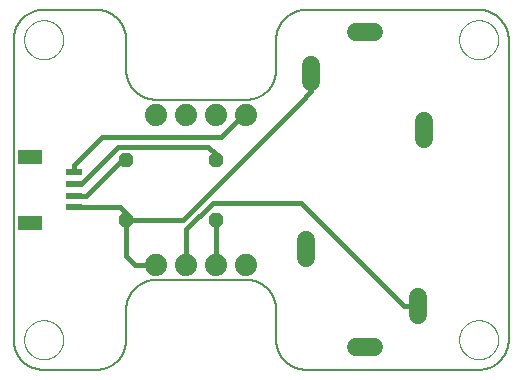
<source format=gtl>
G75*
%MOIN*%
%OFA0B0*%
%FSLAX25Y25*%
%IPPOS*%
%LPD*%
%AMOC8*
5,1,8,0,0,1.08239X$1,22.5*
%
%ADD10C,0.00800*%
%ADD11R,0.07874X0.04724*%
%ADD12R,0.05315X0.02362*%
%ADD13C,0.00000*%
%ADD14C,0.07400*%
%ADD15C,0.05906*%
%ADD16OC8,0.04800*%
%ADD17C,0.01600*%
D10*
X0012250Y0015449D02*
X0029750Y0015449D01*
X0029992Y0015452D01*
X0030233Y0015461D01*
X0030474Y0015475D01*
X0030715Y0015496D01*
X0030955Y0015522D01*
X0031195Y0015554D01*
X0031434Y0015592D01*
X0031671Y0015635D01*
X0031908Y0015685D01*
X0032143Y0015740D01*
X0032377Y0015800D01*
X0032609Y0015867D01*
X0032840Y0015938D01*
X0033069Y0016016D01*
X0033296Y0016099D01*
X0033521Y0016187D01*
X0033744Y0016281D01*
X0033964Y0016380D01*
X0034182Y0016485D01*
X0034397Y0016594D01*
X0034610Y0016709D01*
X0034820Y0016829D01*
X0035026Y0016954D01*
X0035230Y0017084D01*
X0035431Y0017219D01*
X0035628Y0017359D01*
X0035822Y0017503D01*
X0036012Y0017652D01*
X0036198Y0017806D01*
X0036381Y0017964D01*
X0036560Y0018126D01*
X0036735Y0018293D01*
X0036906Y0018464D01*
X0037073Y0018639D01*
X0037235Y0018818D01*
X0037393Y0019001D01*
X0037547Y0019187D01*
X0037696Y0019377D01*
X0037840Y0019571D01*
X0037980Y0019768D01*
X0038115Y0019969D01*
X0038245Y0020173D01*
X0038370Y0020379D01*
X0038490Y0020589D01*
X0038605Y0020802D01*
X0038714Y0021017D01*
X0038819Y0021235D01*
X0038918Y0021455D01*
X0039012Y0021678D01*
X0039100Y0021903D01*
X0039183Y0022130D01*
X0039261Y0022359D01*
X0039332Y0022590D01*
X0039399Y0022822D01*
X0039459Y0023056D01*
X0039514Y0023291D01*
X0039564Y0023528D01*
X0039607Y0023765D01*
X0039645Y0024004D01*
X0039677Y0024244D01*
X0039703Y0024484D01*
X0039724Y0024725D01*
X0039738Y0024966D01*
X0039747Y0025207D01*
X0039750Y0025449D01*
X0039750Y0035449D01*
X0039753Y0035691D01*
X0039762Y0035932D01*
X0039776Y0036173D01*
X0039797Y0036414D01*
X0039823Y0036654D01*
X0039855Y0036894D01*
X0039893Y0037133D01*
X0039936Y0037370D01*
X0039986Y0037607D01*
X0040041Y0037842D01*
X0040101Y0038076D01*
X0040168Y0038308D01*
X0040239Y0038539D01*
X0040317Y0038768D01*
X0040400Y0038995D01*
X0040488Y0039220D01*
X0040582Y0039443D01*
X0040681Y0039663D01*
X0040786Y0039881D01*
X0040895Y0040096D01*
X0041010Y0040309D01*
X0041130Y0040519D01*
X0041255Y0040725D01*
X0041385Y0040929D01*
X0041520Y0041130D01*
X0041660Y0041327D01*
X0041804Y0041521D01*
X0041953Y0041711D01*
X0042107Y0041897D01*
X0042265Y0042080D01*
X0042427Y0042259D01*
X0042594Y0042434D01*
X0042765Y0042605D01*
X0042940Y0042772D01*
X0043119Y0042934D01*
X0043302Y0043092D01*
X0043488Y0043246D01*
X0043678Y0043395D01*
X0043872Y0043539D01*
X0044069Y0043679D01*
X0044270Y0043814D01*
X0044474Y0043944D01*
X0044680Y0044069D01*
X0044890Y0044189D01*
X0045103Y0044304D01*
X0045318Y0044413D01*
X0045536Y0044518D01*
X0045756Y0044617D01*
X0045979Y0044711D01*
X0046204Y0044799D01*
X0046431Y0044882D01*
X0046660Y0044960D01*
X0046891Y0045031D01*
X0047123Y0045098D01*
X0047357Y0045158D01*
X0047592Y0045213D01*
X0047829Y0045263D01*
X0048066Y0045306D01*
X0048305Y0045344D01*
X0048545Y0045376D01*
X0048785Y0045402D01*
X0049026Y0045423D01*
X0049267Y0045437D01*
X0049508Y0045446D01*
X0049750Y0045449D01*
X0079750Y0045449D01*
X0079992Y0045446D01*
X0080233Y0045437D01*
X0080474Y0045423D01*
X0080715Y0045402D01*
X0080955Y0045376D01*
X0081195Y0045344D01*
X0081434Y0045306D01*
X0081671Y0045263D01*
X0081908Y0045213D01*
X0082143Y0045158D01*
X0082377Y0045098D01*
X0082609Y0045031D01*
X0082840Y0044960D01*
X0083069Y0044882D01*
X0083296Y0044799D01*
X0083521Y0044711D01*
X0083744Y0044617D01*
X0083964Y0044518D01*
X0084182Y0044413D01*
X0084397Y0044304D01*
X0084610Y0044189D01*
X0084820Y0044069D01*
X0085026Y0043944D01*
X0085230Y0043814D01*
X0085431Y0043679D01*
X0085628Y0043539D01*
X0085822Y0043395D01*
X0086012Y0043246D01*
X0086198Y0043092D01*
X0086381Y0042934D01*
X0086560Y0042772D01*
X0086735Y0042605D01*
X0086906Y0042434D01*
X0087073Y0042259D01*
X0087235Y0042080D01*
X0087393Y0041897D01*
X0087547Y0041711D01*
X0087696Y0041521D01*
X0087840Y0041327D01*
X0087980Y0041130D01*
X0088115Y0040929D01*
X0088245Y0040725D01*
X0088370Y0040519D01*
X0088490Y0040309D01*
X0088605Y0040096D01*
X0088714Y0039881D01*
X0088819Y0039663D01*
X0088918Y0039443D01*
X0089012Y0039220D01*
X0089100Y0038995D01*
X0089183Y0038768D01*
X0089261Y0038539D01*
X0089332Y0038308D01*
X0089399Y0038076D01*
X0089459Y0037842D01*
X0089514Y0037607D01*
X0089564Y0037370D01*
X0089607Y0037133D01*
X0089645Y0036894D01*
X0089677Y0036654D01*
X0089703Y0036414D01*
X0089724Y0036173D01*
X0089738Y0035932D01*
X0089747Y0035691D01*
X0089750Y0035449D01*
X0089750Y0025449D01*
X0089753Y0025207D01*
X0089762Y0024966D01*
X0089776Y0024725D01*
X0089797Y0024484D01*
X0089823Y0024244D01*
X0089855Y0024004D01*
X0089893Y0023765D01*
X0089936Y0023528D01*
X0089986Y0023291D01*
X0090041Y0023056D01*
X0090101Y0022822D01*
X0090168Y0022590D01*
X0090239Y0022359D01*
X0090317Y0022130D01*
X0090400Y0021903D01*
X0090488Y0021678D01*
X0090582Y0021455D01*
X0090681Y0021235D01*
X0090786Y0021017D01*
X0090895Y0020802D01*
X0091010Y0020589D01*
X0091130Y0020379D01*
X0091255Y0020173D01*
X0091385Y0019969D01*
X0091520Y0019768D01*
X0091660Y0019571D01*
X0091804Y0019377D01*
X0091953Y0019187D01*
X0092107Y0019001D01*
X0092265Y0018818D01*
X0092427Y0018639D01*
X0092594Y0018464D01*
X0092765Y0018293D01*
X0092940Y0018126D01*
X0093119Y0017964D01*
X0093302Y0017806D01*
X0093488Y0017652D01*
X0093678Y0017503D01*
X0093872Y0017359D01*
X0094069Y0017219D01*
X0094270Y0017084D01*
X0094474Y0016954D01*
X0094680Y0016829D01*
X0094890Y0016709D01*
X0095103Y0016594D01*
X0095318Y0016485D01*
X0095536Y0016380D01*
X0095756Y0016281D01*
X0095979Y0016187D01*
X0096204Y0016099D01*
X0096431Y0016016D01*
X0096660Y0015938D01*
X0096891Y0015867D01*
X0097123Y0015800D01*
X0097357Y0015740D01*
X0097592Y0015685D01*
X0097829Y0015635D01*
X0098066Y0015592D01*
X0098305Y0015554D01*
X0098545Y0015522D01*
X0098785Y0015496D01*
X0099026Y0015475D01*
X0099267Y0015461D01*
X0099508Y0015452D01*
X0099750Y0015449D01*
X0157250Y0015449D01*
X0157492Y0015452D01*
X0157733Y0015461D01*
X0157974Y0015475D01*
X0158215Y0015496D01*
X0158455Y0015522D01*
X0158695Y0015554D01*
X0158934Y0015592D01*
X0159171Y0015635D01*
X0159408Y0015685D01*
X0159643Y0015740D01*
X0159877Y0015800D01*
X0160109Y0015867D01*
X0160340Y0015938D01*
X0160569Y0016016D01*
X0160796Y0016099D01*
X0161021Y0016187D01*
X0161244Y0016281D01*
X0161464Y0016380D01*
X0161682Y0016485D01*
X0161897Y0016594D01*
X0162110Y0016709D01*
X0162320Y0016829D01*
X0162526Y0016954D01*
X0162730Y0017084D01*
X0162931Y0017219D01*
X0163128Y0017359D01*
X0163322Y0017503D01*
X0163512Y0017652D01*
X0163698Y0017806D01*
X0163881Y0017964D01*
X0164060Y0018126D01*
X0164235Y0018293D01*
X0164406Y0018464D01*
X0164573Y0018639D01*
X0164735Y0018818D01*
X0164893Y0019001D01*
X0165047Y0019187D01*
X0165196Y0019377D01*
X0165340Y0019571D01*
X0165480Y0019768D01*
X0165615Y0019969D01*
X0165745Y0020173D01*
X0165870Y0020379D01*
X0165990Y0020589D01*
X0166105Y0020802D01*
X0166214Y0021017D01*
X0166319Y0021235D01*
X0166418Y0021455D01*
X0166512Y0021678D01*
X0166600Y0021903D01*
X0166683Y0022130D01*
X0166761Y0022359D01*
X0166832Y0022590D01*
X0166899Y0022822D01*
X0166959Y0023056D01*
X0167014Y0023291D01*
X0167064Y0023528D01*
X0167107Y0023765D01*
X0167145Y0024004D01*
X0167177Y0024244D01*
X0167203Y0024484D01*
X0167224Y0024725D01*
X0167238Y0024966D01*
X0167247Y0025207D01*
X0167250Y0025449D01*
X0167250Y0125449D01*
X0167247Y0125691D01*
X0167238Y0125932D01*
X0167224Y0126173D01*
X0167203Y0126414D01*
X0167177Y0126654D01*
X0167145Y0126894D01*
X0167107Y0127133D01*
X0167064Y0127370D01*
X0167014Y0127607D01*
X0166959Y0127842D01*
X0166899Y0128076D01*
X0166832Y0128308D01*
X0166761Y0128539D01*
X0166683Y0128768D01*
X0166600Y0128995D01*
X0166512Y0129220D01*
X0166418Y0129443D01*
X0166319Y0129663D01*
X0166214Y0129881D01*
X0166105Y0130096D01*
X0165990Y0130309D01*
X0165870Y0130519D01*
X0165745Y0130725D01*
X0165615Y0130929D01*
X0165480Y0131130D01*
X0165340Y0131327D01*
X0165196Y0131521D01*
X0165047Y0131711D01*
X0164893Y0131897D01*
X0164735Y0132080D01*
X0164573Y0132259D01*
X0164406Y0132434D01*
X0164235Y0132605D01*
X0164060Y0132772D01*
X0163881Y0132934D01*
X0163698Y0133092D01*
X0163512Y0133246D01*
X0163322Y0133395D01*
X0163128Y0133539D01*
X0162931Y0133679D01*
X0162730Y0133814D01*
X0162526Y0133944D01*
X0162320Y0134069D01*
X0162110Y0134189D01*
X0161897Y0134304D01*
X0161682Y0134413D01*
X0161464Y0134518D01*
X0161244Y0134617D01*
X0161021Y0134711D01*
X0160796Y0134799D01*
X0160569Y0134882D01*
X0160340Y0134960D01*
X0160109Y0135031D01*
X0159877Y0135098D01*
X0159643Y0135158D01*
X0159408Y0135213D01*
X0159171Y0135263D01*
X0158934Y0135306D01*
X0158695Y0135344D01*
X0158455Y0135376D01*
X0158215Y0135402D01*
X0157974Y0135423D01*
X0157733Y0135437D01*
X0157492Y0135446D01*
X0157250Y0135449D01*
X0099750Y0135449D01*
X0099508Y0135446D01*
X0099267Y0135437D01*
X0099026Y0135423D01*
X0098785Y0135402D01*
X0098545Y0135376D01*
X0098305Y0135344D01*
X0098066Y0135306D01*
X0097829Y0135263D01*
X0097592Y0135213D01*
X0097357Y0135158D01*
X0097123Y0135098D01*
X0096891Y0135031D01*
X0096660Y0134960D01*
X0096431Y0134882D01*
X0096204Y0134799D01*
X0095979Y0134711D01*
X0095756Y0134617D01*
X0095536Y0134518D01*
X0095318Y0134413D01*
X0095103Y0134304D01*
X0094890Y0134189D01*
X0094680Y0134069D01*
X0094474Y0133944D01*
X0094270Y0133814D01*
X0094069Y0133679D01*
X0093872Y0133539D01*
X0093678Y0133395D01*
X0093488Y0133246D01*
X0093302Y0133092D01*
X0093119Y0132934D01*
X0092940Y0132772D01*
X0092765Y0132605D01*
X0092594Y0132434D01*
X0092427Y0132259D01*
X0092265Y0132080D01*
X0092107Y0131897D01*
X0091953Y0131711D01*
X0091804Y0131521D01*
X0091660Y0131327D01*
X0091520Y0131130D01*
X0091385Y0130929D01*
X0091255Y0130725D01*
X0091130Y0130519D01*
X0091010Y0130309D01*
X0090895Y0130096D01*
X0090786Y0129881D01*
X0090681Y0129663D01*
X0090582Y0129443D01*
X0090488Y0129220D01*
X0090400Y0128995D01*
X0090317Y0128768D01*
X0090239Y0128539D01*
X0090168Y0128308D01*
X0090101Y0128076D01*
X0090041Y0127842D01*
X0089986Y0127607D01*
X0089936Y0127370D01*
X0089893Y0127133D01*
X0089855Y0126894D01*
X0089823Y0126654D01*
X0089797Y0126414D01*
X0089776Y0126173D01*
X0089762Y0125932D01*
X0089753Y0125691D01*
X0089750Y0125449D01*
X0089750Y0115449D01*
X0089747Y0115207D01*
X0089738Y0114966D01*
X0089724Y0114725D01*
X0089703Y0114484D01*
X0089677Y0114244D01*
X0089645Y0114004D01*
X0089607Y0113765D01*
X0089564Y0113528D01*
X0089514Y0113291D01*
X0089459Y0113056D01*
X0089399Y0112822D01*
X0089332Y0112590D01*
X0089261Y0112359D01*
X0089183Y0112130D01*
X0089100Y0111903D01*
X0089012Y0111678D01*
X0088918Y0111455D01*
X0088819Y0111235D01*
X0088714Y0111017D01*
X0088605Y0110802D01*
X0088490Y0110589D01*
X0088370Y0110379D01*
X0088245Y0110173D01*
X0088115Y0109969D01*
X0087980Y0109768D01*
X0087840Y0109571D01*
X0087696Y0109377D01*
X0087547Y0109187D01*
X0087393Y0109001D01*
X0087235Y0108818D01*
X0087073Y0108639D01*
X0086906Y0108464D01*
X0086735Y0108293D01*
X0086560Y0108126D01*
X0086381Y0107964D01*
X0086198Y0107806D01*
X0086012Y0107652D01*
X0085822Y0107503D01*
X0085628Y0107359D01*
X0085431Y0107219D01*
X0085230Y0107084D01*
X0085026Y0106954D01*
X0084820Y0106829D01*
X0084610Y0106709D01*
X0084397Y0106594D01*
X0084182Y0106485D01*
X0083964Y0106380D01*
X0083744Y0106281D01*
X0083521Y0106187D01*
X0083296Y0106099D01*
X0083069Y0106016D01*
X0082840Y0105938D01*
X0082609Y0105867D01*
X0082377Y0105800D01*
X0082143Y0105740D01*
X0081908Y0105685D01*
X0081671Y0105635D01*
X0081434Y0105592D01*
X0081195Y0105554D01*
X0080955Y0105522D01*
X0080715Y0105496D01*
X0080474Y0105475D01*
X0080233Y0105461D01*
X0079992Y0105452D01*
X0079750Y0105449D01*
X0049750Y0105449D01*
X0049508Y0105452D01*
X0049267Y0105461D01*
X0049026Y0105475D01*
X0048785Y0105496D01*
X0048545Y0105522D01*
X0048305Y0105554D01*
X0048066Y0105592D01*
X0047829Y0105635D01*
X0047592Y0105685D01*
X0047357Y0105740D01*
X0047123Y0105800D01*
X0046891Y0105867D01*
X0046660Y0105938D01*
X0046431Y0106016D01*
X0046204Y0106099D01*
X0045979Y0106187D01*
X0045756Y0106281D01*
X0045536Y0106380D01*
X0045318Y0106485D01*
X0045103Y0106594D01*
X0044890Y0106709D01*
X0044680Y0106829D01*
X0044474Y0106954D01*
X0044270Y0107084D01*
X0044069Y0107219D01*
X0043872Y0107359D01*
X0043678Y0107503D01*
X0043488Y0107652D01*
X0043302Y0107806D01*
X0043119Y0107964D01*
X0042940Y0108126D01*
X0042765Y0108293D01*
X0042594Y0108464D01*
X0042427Y0108639D01*
X0042265Y0108818D01*
X0042107Y0109001D01*
X0041953Y0109187D01*
X0041804Y0109377D01*
X0041660Y0109571D01*
X0041520Y0109768D01*
X0041385Y0109969D01*
X0041255Y0110173D01*
X0041130Y0110379D01*
X0041010Y0110589D01*
X0040895Y0110802D01*
X0040786Y0111017D01*
X0040681Y0111235D01*
X0040582Y0111455D01*
X0040488Y0111678D01*
X0040400Y0111903D01*
X0040317Y0112130D01*
X0040239Y0112359D01*
X0040168Y0112590D01*
X0040101Y0112822D01*
X0040041Y0113056D01*
X0039986Y0113291D01*
X0039936Y0113528D01*
X0039893Y0113765D01*
X0039855Y0114004D01*
X0039823Y0114244D01*
X0039797Y0114484D01*
X0039776Y0114725D01*
X0039762Y0114966D01*
X0039753Y0115207D01*
X0039750Y0115449D01*
X0039750Y0125449D01*
X0039747Y0125691D01*
X0039738Y0125932D01*
X0039724Y0126173D01*
X0039703Y0126414D01*
X0039677Y0126654D01*
X0039645Y0126894D01*
X0039607Y0127133D01*
X0039564Y0127370D01*
X0039514Y0127607D01*
X0039459Y0127842D01*
X0039399Y0128076D01*
X0039332Y0128308D01*
X0039261Y0128539D01*
X0039183Y0128768D01*
X0039100Y0128995D01*
X0039012Y0129220D01*
X0038918Y0129443D01*
X0038819Y0129663D01*
X0038714Y0129881D01*
X0038605Y0130096D01*
X0038490Y0130309D01*
X0038370Y0130519D01*
X0038245Y0130725D01*
X0038115Y0130929D01*
X0037980Y0131130D01*
X0037840Y0131327D01*
X0037696Y0131521D01*
X0037547Y0131711D01*
X0037393Y0131897D01*
X0037235Y0132080D01*
X0037073Y0132259D01*
X0036906Y0132434D01*
X0036735Y0132605D01*
X0036560Y0132772D01*
X0036381Y0132934D01*
X0036198Y0133092D01*
X0036012Y0133246D01*
X0035822Y0133395D01*
X0035628Y0133539D01*
X0035431Y0133679D01*
X0035230Y0133814D01*
X0035026Y0133944D01*
X0034820Y0134069D01*
X0034610Y0134189D01*
X0034397Y0134304D01*
X0034182Y0134413D01*
X0033964Y0134518D01*
X0033744Y0134617D01*
X0033521Y0134711D01*
X0033296Y0134799D01*
X0033069Y0134882D01*
X0032840Y0134960D01*
X0032609Y0135031D01*
X0032377Y0135098D01*
X0032143Y0135158D01*
X0031908Y0135213D01*
X0031671Y0135263D01*
X0031434Y0135306D01*
X0031195Y0135344D01*
X0030955Y0135376D01*
X0030715Y0135402D01*
X0030474Y0135423D01*
X0030233Y0135437D01*
X0029992Y0135446D01*
X0029750Y0135449D01*
X0012250Y0135449D01*
X0012008Y0135446D01*
X0011767Y0135437D01*
X0011526Y0135423D01*
X0011285Y0135402D01*
X0011045Y0135376D01*
X0010805Y0135344D01*
X0010566Y0135306D01*
X0010329Y0135263D01*
X0010092Y0135213D01*
X0009857Y0135158D01*
X0009623Y0135098D01*
X0009391Y0135031D01*
X0009160Y0134960D01*
X0008931Y0134882D01*
X0008704Y0134799D01*
X0008479Y0134711D01*
X0008256Y0134617D01*
X0008036Y0134518D01*
X0007818Y0134413D01*
X0007603Y0134304D01*
X0007390Y0134189D01*
X0007180Y0134069D01*
X0006974Y0133944D01*
X0006770Y0133814D01*
X0006569Y0133679D01*
X0006372Y0133539D01*
X0006178Y0133395D01*
X0005988Y0133246D01*
X0005802Y0133092D01*
X0005619Y0132934D01*
X0005440Y0132772D01*
X0005265Y0132605D01*
X0005094Y0132434D01*
X0004927Y0132259D01*
X0004765Y0132080D01*
X0004607Y0131897D01*
X0004453Y0131711D01*
X0004304Y0131521D01*
X0004160Y0131327D01*
X0004020Y0131130D01*
X0003885Y0130929D01*
X0003755Y0130725D01*
X0003630Y0130519D01*
X0003510Y0130309D01*
X0003395Y0130096D01*
X0003286Y0129881D01*
X0003181Y0129663D01*
X0003082Y0129443D01*
X0002988Y0129220D01*
X0002900Y0128995D01*
X0002817Y0128768D01*
X0002739Y0128539D01*
X0002668Y0128308D01*
X0002601Y0128076D01*
X0002541Y0127842D01*
X0002486Y0127607D01*
X0002436Y0127370D01*
X0002393Y0127133D01*
X0002355Y0126894D01*
X0002323Y0126654D01*
X0002297Y0126414D01*
X0002276Y0126173D01*
X0002262Y0125932D01*
X0002253Y0125691D01*
X0002250Y0125449D01*
X0002250Y0025449D01*
X0002253Y0025207D01*
X0002262Y0024966D01*
X0002276Y0024725D01*
X0002297Y0024484D01*
X0002323Y0024244D01*
X0002355Y0024004D01*
X0002393Y0023765D01*
X0002436Y0023528D01*
X0002486Y0023291D01*
X0002541Y0023056D01*
X0002601Y0022822D01*
X0002668Y0022590D01*
X0002739Y0022359D01*
X0002817Y0022130D01*
X0002900Y0021903D01*
X0002988Y0021678D01*
X0003082Y0021455D01*
X0003181Y0021235D01*
X0003286Y0021017D01*
X0003395Y0020802D01*
X0003510Y0020589D01*
X0003630Y0020379D01*
X0003755Y0020173D01*
X0003885Y0019969D01*
X0004020Y0019768D01*
X0004160Y0019571D01*
X0004304Y0019377D01*
X0004453Y0019187D01*
X0004607Y0019001D01*
X0004765Y0018818D01*
X0004927Y0018639D01*
X0005094Y0018464D01*
X0005265Y0018293D01*
X0005440Y0018126D01*
X0005619Y0017964D01*
X0005802Y0017806D01*
X0005988Y0017652D01*
X0006178Y0017503D01*
X0006372Y0017359D01*
X0006569Y0017219D01*
X0006770Y0017084D01*
X0006974Y0016954D01*
X0007180Y0016829D01*
X0007390Y0016709D01*
X0007603Y0016594D01*
X0007818Y0016485D01*
X0008036Y0016380D01*
X0008256Y0016281D01*
X0008479Y0016187D01*
X0008704Y0016099D01*
X0008931Y0016016D01*
X0009160Y0015938D01*
X0009391Y0015867D01*
X0009623Y0015800D01*
X0009857Y0015740D01*
X0010092Y0015685D01*
X0010329Y0015635D01*
X0010566Y0015592D01*
X0010805Y0015554D01*
X0011045Y0015522D01*
X0011285Y0015496D01*
X0011526Y0015475D01*
X0011767Y0015461D01*
X0012008Y0015452D01*
X0012250Y0015449D01*
D11*
X0007781Y0064425D03*
X0007781Y0086472D03*
D12*
X0022250Y0081354D03*
X0022250Y0077417D03*
X0022250Y0073480D03*
X0022250Y0069543D03*
D13*
X0005750Y0025449D02*
X0005752Y0025610D01*
X0005758Y0025770D01*
X0005768Y0025931D01*
X0005782Y0026091D01*
X0005800Y0026251D01*
X0005821Y0026410D01*
X0005847Y0026569D01*
X0005877Y0026727D01*
X0005910Y0026884D01*
X0005948Y0027041D01*
X0005989Y0027196D01*
X0006034Y0027350D01*
X0006083Y0027503D01*
X0006136Y0027655D01*
X0006192Y0027806D01*
X0006253Y0027955D01*
X0006316Y0028103D01*
X0006384Y0028249D01*
X0006455Y0028393D01*
X0006529Y0028535D01*
X0006607Y0028676D01*
X0006689Y0028814D01*
X0006774Y0028951D01*
X0006862Y0029085D01*
X0006954Y0029217D01*
X0007049Y0029347D01*
X0007147Y0029475D01*
X0007248Y0029600D01*
X0007352Y0029722D01*
X0007459Y0029842D01*
X0007569Y0029959D01*
X0007682Y0030074D01*
X0007798Y0030185D01*
X0007917Y0030294D01*
X0008038Y0030399D01*
X0008162Y0030502D01*
X0008288Y0030602D01*
X0008416Y0030698D01*
X0008547Y0030791D01*
X0008681Y0030881D01*
X0008816Y0030968D01*
X0008954Y0031051D01*
X0009093Y0031131D01*
X0009235Y0031207D01*
X0009378Y0031280D01*
X0009523Y0031349D01*
X0009670Y0031415D01*
X0009818Y0031477D01*
X0009968Y0031535D01*
X0010119Y0031590D01*
X0010272Y0031641D01*
X0010426Y0031688D01*
X0010581Y0031731D01*
X0010737Y0031770D01*
X0010893Y0031806D01*
X0011051Y0031837D01*
X0011209Y0031865D01*
X0011368Y0031889D01*
X0011528Y0031909D01*
X0011688Y0031925D01*
X0011848Y0031937D01*
X0012009Y0031945D01*
X0012170Y0031949D01*
X0012330Y0031949D01*
X0012491Y0031945D01*
X0012652Y0031937D01*
X0012812Y0031925D01*
X0012972Y0031909D01*
X0013132Y0031889D01*
X0013291Y0031865D01*
X0013449Y0031837D01*
X0013607Y0031806D01*
X0013763Y0031770D01*
X0013919Y0031731D01*
X0014074Y0031688D01*
X0014228Y0031641D01*
X0014381Y0031590D01*
X0014532Y0031535D01*
X0014682Y0031477D01*
X0014830Y0031415D01*
X0014977Y0031349D01*
X0015122Y0031280D01*
X0015265Y0031207D01*
X0015407Y0031131D01*
X0015546Y0031051D01*
X0015684Y0030968D01*
X0015819Y0030881D01*
X0015953Y0030791D01*
X0016084Y0030698D01*
X0016212Y0030602D01*
X0016338Y0030502D01*
X0016462Y0030399D01*
X0016583Y0030294D01*
X0016702Y0030185D01*
X0016818Y0030074D01*
X0016931Y0029959D01*
X0017041Y0029842D01*
X0017148Y0029722D01*
X0017252Y0029600D01*
X0017353Y0029475D01*
X0017451Y0029347D01*
X0017546Y0029217D01*
X0017638Y0029085D01*
X0017726Y0028951D01*
X0017811Y0028814D01*
X0017893Y0028676D01*
X0017971Y0028535D01*
X0018045Y0028393D01*
X0018116Y0028249D01*
X0018184Y0028103D01*
X0018247Y0027955D01*
X0018308Y0027806D01*
X0018364Y0027655D01*
X0018417Y0027503D01*
X0018466Y0027350D01*
X0018511Y0027196D01*
X0018552Y0027041D01*
X0018590Y0026884D01*
X0018623Y0026727D01*
X0018653Y0026569D01*
X0018679Y0026410D01*
X0018700Y0026251D01*
X0018718Y0026091D01*
X0018732Y0025931D01*
X0018742Y0025770D01*
X0018748Y0025610D01*
X0018750Y0025449D01*
X0018748Y0025288D01*
X0018742Y0025128D01*
X0018732Y0024967D01*
X0018718Y0024807D01*
X0018700Y0024647D01*
X0018679Y0024488D01*
X0018653Y0024329D01*
X0018623Y0024171D01*
X0018590Y0024014D01*
X0018552Y0023857D01*
X0018511Y0023702D01*
X0018466Y0023548D01*
X0018417Y0023395D01*
X0018364Y0023243D01*
X0018308Y0023092D01*
X0018247Y0022943D01*
X0018184Y0022795D01*
X0018116Y0022649D01*
X0018045Y0022505D01*
X0017971Y0022363D01*
X0017893Y0022222D01*
X0017811Y0022084D01*
X0017726Y0021947D01*
X0017638Y0021813D01*
X0017546Y0021681D01*
X0017451Y0021551D01*
X0017353Y0021423D01*
X0017252Y0021298D01*
X0017148Y0021176D01*
X0017041Y0021056D01*
X0016931Y0020939D01*
X0016818Y0020824D01*
X0016702Y0020713D01*
X0016583Y0020604D01*
X0016462Y0020499D01*
X0016338Y0020396D01*
X0016212Y0020296D01*
X0016084Y0020200D01*
X0015953Y0020107D01*
X0015819Y0020017D01*
X0015684Y0019930D01*
X0015546Y0019847D01*
X0015407Y0019767D01*
X0015265Y0019691D01*
X0015122Y0019618D01*
X0014977Y0019549D01*
X0014830Y0019483D01*
X0014682Y0019421D01*
X0014532Y0019363D01*
X0014381Y0019308D01*
X0014228Y0019257D01*
X0014074Y0019210D01*
X0013919Y0019167D01*
X0013763Y0019128D01*
X0013607Y0019092D01*
X0013449Y0019061D01*
X0013291Y0019033D01*
X0013132Y0019009D01*
X0012972Y0018989D01*
X0012812Y0018973D01*
X0012652Y0018961D01*
X0012491Y0018953D01*
X0012330Y0018949D01*
X0012170Y0018949D01*
X0012009Y0018953D01*
X0011848Y0018961D01*
X0011688Y0018973D01*
X0011528Y0018989D01*
X0011368Y0019009D01*
X0011209Y0019033D01*
X0011051Y0019061D01*
X0010893Y0019092D01*
X0010737Y0019128D01*
X0010581Y0019167D01*
X0010426Y0019210D01*
X0010272Y0019257D01*
X0010119Y0019308D01*
X0009968Y0019363D01*
X0009818Y0019421D01*
X0009670Y0019483D01*
X0009523Y0019549D01*
X0009378Y0019618D01*
X0009235Y0019691D01*
X0009093Y0019767D01*
X0008954Y0019847D01*
X0008816Y0019930D01*
X0008681Y0020017D01*
X0008547Y0020107D01*
X0008416Y0020200D01*
X0008288Y0020296D01*
X0008162Y0020396D01*
X0008038Y0020499D01*
X0007917Y0020604D01*
X0007798Y0020713D01*
X0007682Y0020824D01*
X0007569Y0020939D01*
X0007459Y0021056D01*
X0007352Y0021176D01*
X0007248Y0021298D01*
X0007147Y0021423D01*
X0007049Y0021551D01*
X0006954Y0021681D01*
X0006862Y0021813D01*
X0006774Y0021947D01*
X0006689Y0022084D01*
X0006607Y0022222D01*
X0006529Y0022363D01*
X0006455Y0022505D01*
X0006384Y0022649D01*
X0006316Y0022795D01*
X0006253Y0022943D01*
X0006192Y0023092D01*
X0006136Y0023243D01*
X0006083Y0023395D01*
X0006034Y0023548D01*
X0005989Y0023702D01*
X0005948Y0023857D01*
X0005910Y0024014D01*
X0005877Y0024171D01*
X0005847Y0024329D01*
X0005821Y0024488D01*
X0005800Y0024647D01*
X0005782Y0024807D01*
X0005768Y0024967D01*
X0005758Y0025128D01*
X0005752Y0025288D01*
X0005750Y0025449D01*
X0005750Y0125449D02*
X0005752Y0125610D01*
X0005758Y0125770D01*
X0005768Y0125931D01*
X0005782Y0126091D01*
X0005800Y0126251D01*
X0005821Y0126410D01*
X0005847Y0126569D01*
X0005877Y0126727D01*
X0005910Y0126884D01*
X0005948Y0127041D01*
X0005989Y0127196D01*
X0006034Y0127350D01*
X0006083Y0127503D01*
X0006136Y0127655D01*
X0006192Y0127806D01*
X0006253Y0127955D01*
X0006316Y0128103D01*
X0006384Y0128249D01*
X0006455Y0128393D01*
X0006529Y0128535D01*
X0006607Y0128676D01*
X0006689Y0128814D01*
X0006774Y0128951D01*
X0006862Y0129085D01*
X0006954Y0129217D01*
X0007049Y0129347D01*
X0007147Y0129475D01*
X0007248Y0129600D01*
X0007352Y0129722D01*
X0007459Y0129842D01*
X0007569Y0129959D01*
X0007682Y0130074D01*
X0007798Y0130185D01*
X0007917Y0130294D01*
X0008038Y0130399D01*
X0008162Y0130502D01*
X0008288Y0130602D01*
X0008416Y0130698D01*
X0008547Y0130791D01*
X0008681Y0130881D01*
X0008816Y0130968D01*
X0008954Y0131051D01*
X0009093Y0131131D01*
X0009235Y0131207D01*
X0009378Y0131280D01*
X0009523Y0131349D01*
X0009670Y0131415D01*
X0009818Y0131477D01*
X0009968Y0131535D01*
X0010119Y0131590D01*
X0010272Y0131641D01*
X0010426Y0131688D01*
X0010581Y0131731D01*
X0010737Y0131770D01*
X0010893Y0131806D01*
X0011051Y0131837D01*
X0011209Y0131865D01*
X0011368Y0131889D01*
X0011528Y0131909D01*
X0011688Y0131925D01*
X0011848Y0131937D01*
X0012009Y0131945D01*
X0012170Y0131949D01*
X0012330Y0131949D01*
X0012491Y0131945D01*
X0012652Y0131937D01*
X0012812Y0131925D01*
X0012972Y0131909D01*
X0013132Y0131889D01*
X0013291Y0131865D01*
X0013449Y0131837D01*
X0013607Y0131806D01*
X0013763Y0131770D01*
X0013919Y0131731D01*
X0014074Y0131688D01*
X0014228Y0131641D01*
X0014381Y0131590D01*
X0014532Y0131535D01*
X0014682Y0131477D01*
X0014830Y0131415D01*
X0014977Y0131349D01*
X0015122Y0131280D01*
X0015265Y0131207D01*
X0015407Y0131131D01*
X0015546Y0131051D01*
X0015684Y0130968D01*
X0015819Y0130881D01*
X0015953Y0130791D01*
X0016084Y0130698D01*
X0016212Y0130602D01*
X0016338Y0130502D01*
X0016462Y0130399D01*
X0016583Y0130294D01*
X0016702Y0130185D01*
X0016818Y0130074D01*
X0016931Y0129959D01*
X0017041Y0129842D01*
X0017148Y0129722D01*
X0017252Y0129600D01*
X0017353Y0129475D01*
X0017451Y0129347D01*
X0017546Y0129217D01*
X0017638Y0129085D01*
X0017726Y0128951D01*
X0017811Y0128814D01*
X0017893Y0128676D01*
X0017971Y0128535D01*
X0018045Y0128393D01*
X0018116Y0128249D01*
X0018184Y0128103D01*
X0018247Y0127955D01*
X0018308Y0127806D01*
X0018364Y0127655D01*
X0018417Y0127503D01*
X0018466Y0127350D01*
X0018511Y0127196D01*
X0018552Y0127041D01*
X0018590Y0126884D01*
X0018623Y0126727D01*
X0018653Y0126569D01*
X0018679Y0126410D01*
X0018700Y0126251D01*
X0018718Y0126091D01*
X0018732Y0125931D01*
X0018742Y0125770D01*
X0018748Y0125610D01*
X0018750Y0125449D01*
X0018748Y0125288D01*
X0018742Y0125128D01*
X0018732Y0124967D01*
X0018718Y0124807D01*
X0018700Y0124647D01*
X0018679Y0124488D01*
X0018653Y0124329D01*
X0018623Y0124171D01*
X0018590Y0124014D01*
X0018552Y0123857D01*
X0018511Y0123702D01*
X0018466Y0123548D01*
X0018417Y0123395D01*
X0018364Y0123243D01*
X0018308Y0123092D01*
X0018247Y0122943D01*
X0018184Y0122795D01*
X0018116Y0122649D01*
X0018045Y0122505D01*
X0017971Y0122363D01*
X0017893Y0122222D01*
X0017811Y0122084D01*
X0017726Y0121947D01*
X0017638Y0121813D01*
X0017546Y0121681D01*
X0017451Y0121551D01*
X0017353Y0121423D01*
X0017252Y0121298D01*
X0017148Y0121176D01*
X0017041Y0121056D01*
X0016931Y0120939D01*
X0016818Y0120824D01*
X0016702Y0120713D01*
X0016583Y0120604D01*
X0016462Y0120499D01*
X0016338Y0120396D01*
X0016212Y0120296D01*
X0016084Y0120200D01*
X0015953Y0120107D01*
X0015819Y0120017D01*
X0015684Y0119930D01*
X0015546Y0119847D01*
X0015407Y0119767D01*
X0015265Y0119691D01*
X0015122Y0119618D01*
X0014977Y0119549D01*
X0014830Y0119483D01*
X0014682Y0119421D01*
X0014532Y0119363D01*
X0014381Y0119308D01*
X0014228Y0119257D01*
X0014074Y0119210D01*
X0013919Y0119167D01*
X0013763Y0119128D01*
X0013607Y0119092D01*
X0013449Y0119061D01*
X0013291Y0119033D01*
X0013132Y0119009D01*
X0012972Y0118989D01*
X0012812Y0118973D01*
X0012652Y0118961D01*
X0012491Y0118953D01*
X0012330Y0118949D01*
X0012170Y0118949D01*
X0012009Y0118953D01*
X0011848Y0118961D01*
X0011688Y0118973D01*
X0011528Y0118989D01*
X0011368Y0119009D01*
X0011209Y0119033D01*
X0011051Y0119061D01*
X0010893Y0119092D01*
X0010737Y0119128D01*
X0010581Y0119167D01*
X0010426Y0119210D01*
X0010272Y0119257D01*
X0010119Y0119308D01*
X0009968Y0119363D01*
X0009818Y0119421D01*
X0009670Y0119483D01*
X0009523Y0119549D01*
X0009378Y0119618D01*
X0009235Y0119691D01*
X0009093Y0119767D01*
X0008954Y0119847D01*
X0008816Y0119930D01*
X0008681Y0120017D01*
X0008547Y0120107D01*
X0008416Y0120200D01*
X0008288Y0120296D01*
X0008162Y0120396D01*
X0008038Y0120499D01*
X0007917Y0120604D01*
X0007798Y0120713D01*
X0007682Y0120824D01*
X0007569Y0120939D01*
X0007459Y0121056D01*
X0007352Y0121176D01*
X0007248Y0121298D01*
X0007147Y0121423D01*
X0007049Y0121551D01*
X0006954Y0121681D01*
X0006862Y0121813D01*
X0006774Y0121947D01*
X0006689Y0122084D01*
X0006607Y0122222D01*
X0006529Y0122363D01*
X0006455Y0122505D01*
X0006384Y0122649D01*
X0006316Y0122795D01*
X0006253Y0122943D01*
X0006192Y0123092D01*
X0006136Y0123243D01*
X0006083Y0123395D01*
X0006034Y0123548D01*
X0005989Y0123702D01*
X0005948Y0123857D01*
X0005910Y0124014D01*
X0005877Y0124171D01*
X0005847Y0124329D01*
X0005821Y0124488D01*
X0005800Y0124647D01*
X0005782Y0124807D01*
X0005768Y0124967D01*
X0005758Y0125128D01*
X0005752Y0125288D01*
X0005750Y0125449D01*
X0150750Y0125449D02*
X0150752Y0125610D01*
X0150758Y0125770D01*
X0150768Y0125931D01*
X0150782Y0126091D01*
X0150800Y0126251D01*
X0150821Y0126410D01*
X0150847Y0126569D01*
X0150877Y0126727D01*
X0150910Y0126884D01*
X0150948Y0127041D01*
X0150989Y0127196D01*
X0151034Y0127350D01*
X0151083Y0127503D01*
X0151136Y0127655D01*
X0151192Y0127806D01*
X0151253Y0127955D01*
X0151316Y0128103D01*
X0151384Y0128249D01*
X0151455Y0128393D01*
X0151529Y0128535D01*
X0151607Y0128676D01*
X0151689Y0128814D01*
X0151774Y0128951D01*
X0151862Y0129085D01*
X0151954Y0129217D01*
X0152049Y0129347D01*
X0152147Y0129475D01*
X0152248Y0129600D01*
X0152352Y0129722D01*
X0152459Y0129842D01*
X0152569Y0129959D01*
X0152682Y0130074D01*
X0152798Y0130185D01*
X0152917Y0130294D01*
X0153038Y0130399D01*
X0153162Y0130502D01*
X0153288Y0130602D01*
X0153416Y0130698D01*
X0153547Y0130791D01*
X0153681Y0130881D01*
X0153816Y0130968D01*
X0153954Y0131051D01*
X0154093Y0131131D01*
X0154235Y0131207D01*
X0154378Y0131280D01*
X0154523Y0131349D01*
X0154670Y0131415D01*
X0154818Y0131477D01*
X0154968Y0131535D01*
X0155119Y0131590D01*
X0155272Y0131641D01*
X0155426Y0131688D01*
X0155581Y0131731D01*
X0155737Y0131770D01*
X0155893Y0131806D01*
X0156051Y0131837D01*
X0156209Y0131865D01*
X0156368Y0131889D01*
X0156528Y0131909D01*
X0156688Y0131925D01*
X0156848Y0131937D01*
X0157009Y0131945D01*
X0157170Y0131949D01*
X0157330Y0131949D01*
X0157491Y0131945D01*
X0157652Y0131937D01*
X0157812Y0131925D01*
X0157972Y0131909D01*
X0158132Y0131889D01*
X0158291Y0131865D01*
X0158449Y0131837D01*
X0158607Y0131806D01*
X0158763Y0131770D01*
X0158919Y0131731D01*
X0159074Y0131688D01*
X0159228Y0131641D01*
X0159381Y0131590D01*
X0159532Y0131535D01*
X0159682Y0131477D01*
X0159830Y0131415D01*
X0159977Y0131349D01*
X0160122Y0131280D01*
X0160265Y0131207D01*
X0160407Y0131131D01*
X0160546Y0131051D01*
X0160684Y0130968D01*
X0160819Y0130881D01*
X0160953Y0130791D01*
X0161084Y0130698D01*
X0161212Y0130602D01*
X0161338Y0130502D01*
X0161462Y0130399D01*
X0161583Y0130294D01*
X0161702Y0130185D01*
X0161818Y0130074D01*
X0161931Y0129959D01*
X0162041Y0129842D01*
X0162148Y0129722D01*
X0162252Y0129600D01*
X0162353Y0129475D01*
X0162451Y0129347D01*
X0162546Y0129217D01*
X0162638Y0129085D01*
X0162726Y0128951D01*
X0162811Y0128814D01*
X0162893Y0128676D01*
X0162971Y0128535D01*
X0163045Y0128393D01*
X0163116Y0128249D01*
X0163184Y0128103D01*
X0163247Y0127955D01*
X0163308Y0127806D01*
X0163364Y0127655D01*
X0163417Y0127503D01*
X0163466Y0127350D01*
X0163511Y0127196D01*
X0163552Y0127041D01*
X0163590Y0126884D01*
X0163623Y0126727D01*
X0163653Y0126569D01*
X0163679Y0126410D01*
X0163700Y0126251D01*
X0163718Y0126091D01*
X0163732Y0125931D01*
X0163742Y0125770D01*
X0163748Y0125610D01*
X0163750Y0125449D01*
X0163748Y0125288D01*
X0163742Y0125128D01*
X0163732Y0124967D01*
X0163718Y0124807D01*
X0163700Y0124647D01*
X0163679Y0124488D01*
X0163653Y0124329D01*
X0163623Y0124171D01*
X0163590Y0124014D01*
X0163552Y0123857D01*
X0163511Y0123702D01*
X0163466Y0123548D01*
X0163417Y0123395D01*
X0163364Y0123243D01*
X0163308Y0123092D01*
X0163247Y0122943D01*
X0163184Y0122795D01*
X0163116Y0122649D01*
X0163045Y0122505D01*
X0162971Y0122363D01*
X0162893Y0122222D01*
X0162811Y0122084D01*
X0162726Y0121947D01*
X0162638Y0121813D01*
X0162546Y0121681D01*
X0162451Y0121551D01*
X0162353Y0121423D01*
X0162252Y0121298D01*
X0162148Y0121176D01*
X0162041Y0121056D01*
X0161931Y0120939D01*
X0161818Y0120824D01*
X0161702Y0120713D01*
X0161583Y0120604D01*
X0161462Y0120499D01*
X0161338Y0120396D01*
X0161212Y0120296D01*
X0161084Y0120200D01*
X0160953Y0120107D01*
X0160819Y0120017D01*
X0160684Y0119930D01*
X0160546Y0119847D01*
X0160407Y0119767D01*
X0160265Y0119691D01*
X0160122Y0119618D01*
X0159977Y0119549D01*
X0159830Y0119483D01*
X0159682Y0119421D01*
X0159532Y0119363D01*
X0159381Y0119308D01*
X0159228Y0119257D01*
X0159074Y0119210D01*
X0158919Y0119167D01*
X0158763Y0119128D01*
X0158607Y0119092D01*
X0158449Y0119061D01*
X0158291Y0119033D01*
X0158132Y0119009D01*
X0157972Y0118989D01*
X0157812Y0118973D01*
X0157652Y0118961D01*
X0157491Y0118953D01*
X0157330Y0118949D01*
X0157170Y0118949D01*
X0157009Y0118953D01*
X0156848Y0118961D01*
X0156688Y0118973D01*
X0156528Y0118989D01*
X0156368Y0119009D01*
X0156209Y0119033D01*
X0156051Y0119061D01*
X0155893Y0119092D01*
X0155737Y0119128D01*
X0155581Y0119167D01*
X0155426Y0119210D01*
X0155272Y0119257D01*
X0155119Y0119308D01*
X0154968Y0119363D01*
X0154818Y0119421D01*
X0154670Y0119483D01*
X0154523Y0119549D01*
X0154378Y0119618D01*
X0154235Y0119691D01*
X0154093Y0119767D01*
X0153954Y0119847D01*
X0153816Y0119930D01*
X0153681Y0120017D01*
X0153547Y0120107D01*
X0153416Y0120200D01*
X0153288Y0120296D01*
X0153162Y0120396D01*
X0153038Y0120499D01*
X0152917Y0120604D01*
X0152798Y0120713D01*
X0152682Y0120824D01*
X0152569Y0120939D01*
X0152459Y0121056D01*
X0152352Y0121176D01*
X0152248Y0121298D01*
X0152147Y0121423D01*
X0152049Y0121551D01*
X0151954Y0121681D01*
X0151862Y0121813D01*
X0151774Y0121947D01*
X0151689Y0122084D01*
X0151607Y0122222D01*
X0151529Y0122363D01*
X0151455Y0122505D01*
X0151384Y0122649D01*
X0151316Y0122795D01*
X0151253Y0122943D01*
X0151192Y0123092D01*
X0151136Y0123243D01*
X0151083Y0123395D01*
X0151034Y0123548D01*
X0150989Y0123702D01*
X0150948Y0123857D01*
X0150910Y0124014D01*
X0150877Y0124171D01*
X0150847Y0124329D01*
X0150821Y0124488D01*
X0150800Y0124647D01*
X0150782Y0124807D01*
X0150768Y0124967D01*
X0150758Y0125128D01*
X0150752Y0125288D01*
X0150750Y0125449D01*
X0150750Y0025449D02*
X0150752Y0025610D01*
X0150758Y0025770D01*
X0150768Y0025931D01*
X0150782Y0026091D01*
X0150800Y0026251D01*
X0150821Y0026410D01*
X0150847Y0026569D01*
X0150877Y0026727D01*
X0150910Y0026884D01*
X0150948Y0027041D01*
X0150989Y0027196D01*
X0151034Y0027350D01*
X0151083Y0027503D01*
X0151136Y0027655D01*
X0151192Y0027806D01*
X0151253Y0027955D01*
X0151316Y0028103D01*
X0151384Y0028249D01*
X0151455Y0028393D01*
X0151529Y0028535D01*
X0151607Y0028676D01*
X0151689Y0028814D01*
X0151774Y0028951D01*
X0151862Y0029085D01*
X0151954Y0029217D01*
X0152049Y0029347D01*
X0152147Y0029475D01*
X0152248Y0029600D01*
X0152352Y0029722D01*
X0152459Y0029842D01*
X0152569Y0029959D01*
X0152682Y0030074D01*
X0152798Y0030185D01*
X0152917Y0030294D01*
X0153038Y0030399D01*
X0153162Y0030502D01*
X0153288Y0030602D01*
X0153416Y0030698D01*
X0153547Y0030791D01*
X0153681Y0030881D01*
X0153816Y0030968D01*
X0153954Y0031051D01*
X0154093Y0031131D01*
X0154235Y0031207D01*
X0154378Y0031280D01*
X0154523Y0031349D01*
X0154670Y0031415D01*
X0154818Y0031477D01*
X0154968Y0031535D01*
X0155119Y0031590D01*
X0155272Y0031641D01*
X0155426Y0031688D01*
X0155581Y0031731D01*
X0155737Y0031770D01*
X0155893Y0031806D01*
X0156051Y0031837D01*
X0156209Y0031865D01*
X0156368Y0031889D01*
X0156528Y0031909D01*
X0156688Y0031925D01*
X0156848Y0031937D01*
X0157009Y0031945D01*
X0157170Y0031949D01*
X0157330Y0031949D01*
X0157491Y0031945D01*
X0157652Y0031937D01*
X0157812Y0031925D01*
X0157972Y0031909D01*
X0158132Y0031889D01*
X0158291Y0031865D01*
X0158449Y0031837D01*
X0158607Y0031806D01*
X0158763Y0031770D01*
X0158919Y0031731D01*
X0159074Y0031688D01*
X0159228Y0031641D01*
X0159381Y0031590D01*
X0159532Y0031535D01*
X0159682Y0031477D01*
X0159830Y0031415D01*
X0159977Y0031349D01*
X0160122Y0031280D01*
X0160265Y0031207D01*
X0160407Y0031131D01*
X0160546Y0031051D01*
X0160684Y0030968D01*
X0160819Y0030881D01*
X0160953Y0030791D01*
X0161084Y0030698D01*
X0161212Y0030602D01*
X0161338Y0030502D01*
X0161462Y0030399D01*
X0161583Y0030294D01*
X0161702Y0030185D01*
X0161818Y0030074D01*
X0161931Y0029959D01*
X0162041Y0029842D01*
X0162148Y0029722D01*
X0162252Y0029600D01*
X0162353Y0029475D01*
X0162451Y0029347D01*
X0162546Y0029217D01*
X0162638Y0029085D01*
X0162726Y0028951D01*
X0162811Y0028814D01*
X0162893Y0028676D01*
X0162971Y0028535D01*
X0163045Y0028393D01*
X0163116Y0028249D01*
X0163184Y0028103D01*
X0163247Y0027955D01*
X0163308Y0027806D01*
X0163364Y0027655D01*
X0163417Y0027503D01*
X0163466Y0027350D01*
X0163511Y0027196D01*
X0163552Y0027041D01*
X0163590Y0026884D01*
X0163623Y0026727D01*
X0163653Y0026569D01*
X0163679Y0026410D01*
X0163700Y0026251D01*
X0163718Y0026091D01*
X0163732Y0025931D01*
X0163742Y0025770D01*
X0163748Y0025610D01*
X0163750Y0025449D01*
X0163748Y0025288D01*
X0163742Y0025128D01*
X0163732Y0024967D01*
X0163718Y0024807D01*
X0163700Y0024647D01*
X0163679Y0024488D01*
X0163653Y0024329D01*
X0163623Y0024171D01*
X0163590Y0024014D01*
X0163552Y0023857D01*
X0163511Y0023702D01*
X0163466Y0023548D01*
X0163417Y0023395D01*
X0163364Y0023243D01*
X0163308Y0023092D01*
X0163247Y0022943D01*
X0163184Y0022795D01*
X0163116Y0022649D01*
X0163045Y0022505D01*
X0162971Y0022363D01*
X0162893Y0022222D01*
X0162811Y0022084D01*
X0162726Y0021947D01*
X0162638Y0021813D01*
X0162546Y0021681D01*
X0162451Y0021551D01*
X0162353Y0021423D01*
X0162252Y0021298D01*
X0162148Y0021176D01*
X0162041Y0021056D01*
X0161931Y0020939D01*
X0161818Y0020824D01*
X0161702Y0020713D01*
X0161583Y0020604D01*
X0161462Y0020499D01*
X0161338Y0020396D01*
X0161212Y0020296D01*
X0161084Y0020200D01*
X0160953Y0020107D01*
X0160819Y0020017D01*
X0160684Y0019930D01*
X0160546Y0019847D01*
X0160407Y0019767D01*
X0160265Y0019691D01*
X0160122Y0019618D01*
X0159977Y0019549D01*
X0159830Y0019483D01*
X0159682Y0019421D01*
X0159532Y0019363D01*
X0159381Y0019308D01*
X0159228Y0019257D01*
X0159074Y0019210D01*
X0158919Y0019167D01*
X0158763Y0019128D01*
X0158607Y0019092D01*
X0158449Y0019061D01*
X0158291Y0019033D01*
X0158132Y0019009D01*
X0157972Y0018989D01*
X0157812Y0018973D01*
X0157652Y0018961D01*
X0157491Y0018953D01*
X0157330Y0018949D01*
X0157170Y0018949D01*
X0157009Y0018953D01*
X0156848Y0018961D01*
X0156688Y0018973D01*
X0156528Y0018989D01*
X0156368Y0019009D01*
X0156209Y0019033D01*
X0156051Y0019061D01*
X0155893Y0019092D01*
X0155737Y0019128D01*
X0155581Y0019167D01*
X0155426Y0019210D01*
X0155272Y0019257D01*
X0155119Y0019308D01*
X0154968Y0019363D01*
X0154818Y0019421D01*
X0154670Y0019483D01*
X0154523Y0019549D01*
X0154378Y0019618D01*
X0154235Y0019691D01*
X0154093Y0019767D01*
X0153954Y0019847D01*
X0153816Y0019930D01*
X0153681Y0020017D01*
X0153547Y0020107D01*
X0153416Y0020200D01*
X0153288Y0020296D01*
X0153162Y0020396D01*
X0153038Y0020499D01*
X0152917Y0020604D01*
X0152798Y0020713D01*
X0152682Y0020824D01*
X0152569Y0020939D01*
X0152459Y0021056D01*
X0152352Y0021176D01*
X0152248Y0021298D01*
X0152147Y0021423D01*
X0152049Y0021551D01*
X0151954Y0021681D01*
X0151862Y0021813D01*
X0151774Y0021947D01*
X0151689Y0022084D01*
X0151607Y0022222D01*
X0151529Y0022363D01*
X0151455Y0022505D01*
X0151384Y0022649D01*
X0151316Y0022795D01*
X0151253Y0022943D01*
X0151192Y0023092D01*
X0151136Y0023243D01*
X0151083Y0023395D01*
X0151034Y0023548D01*
X0150989Y0023702D01*
X0150948Y0023857D01*
X0150910Y0024014D01*
X0150877Y0024171D01*
X0150847Y0024329D01*
X0150821Y0024488D01*
X0150800Y0024647D01*
X0150782Y0024807D01*
X0150768Y0024967D01*
X0150758Y0025128D01*
X0150752Y0025288D01*
X0150750Y0025449D01*
D14*
X0079750Y0050449D03*
X0069750Y0050449D03*
X0059750Y0050449D03*
X0049750Y0050449D03*
X0049750Y0100449D03*
X0059750Y0100449D03*
X0069750Y0100449D03*
X0079750Y0100449D03*
D15*
X0101533Y0111217D02*
X0101533Y0117122D01*
X0116297Y0127949D02*
X0122203Y0127949D01*
X0138935Y0098224D02*
X0138935Y0092319D01*
X0099565Y0058579D02*
X0099565Y0052673D01*
X0116297Y0022949D02*
X0122203Y0022949D01*
X0136967Y0033776D02*
X0136967Y0039681D01*
D16*
X0069750Y0065449D03*
X0069750Y0085449D03*
X0039750Y0085449D03*
X0039750Y0065449D03*
D17*
X0039750Y0053349D01*
X0042650Y0050449D01*
X0049750Y0050449D01*
X0059750Y0050449D02*
X0059750Y0062249D01*
X0068650Y0071149D01*
X0097950Y0071149D01*
X0132350Y0036749D01*
X0136946Y0036749D01*
X0136967Y0036728D01*
X0078750Y0100449D02*
X0071350Y0093049D01*
X0031650Y0093049D01*
X0022250Y0083649D01*
X0022250Y0081354D01*
X0022250Y0077417D02*
X0022269Y0077399D01*
X0024700Y0077399D01*
X0037150Y0089849D01*
X0067150Y0089849D01*
X0069750Y0087249D01*
X0069750Y0085449D01*
X0078750Y0100449D02*
X0079750Y0100449D01*
X0099225Y0106024D02*
X0058650Y0065449D01*
X0039750Y0065449D01*
X0039750Y0067649D01*
X0037850Y0069549D01*
X0022256Y0069549D01*
X0022250Y0069543D01*
X0022281Y0073449D02*
X0022250Y0073480D01*
X0022281Y0073449D02*
X0026450Y0073449D01*
X0038450Y0085449D01*
X0039750Y0085449D01*
X0069750Y0065449D02*
X0069750Y0050449D01*
X0099225Y0106024D02*
X0099733Y0106532D01*
X0101533Y0108332D01*
X0101533Y0114169D01*
M02*

</source>
